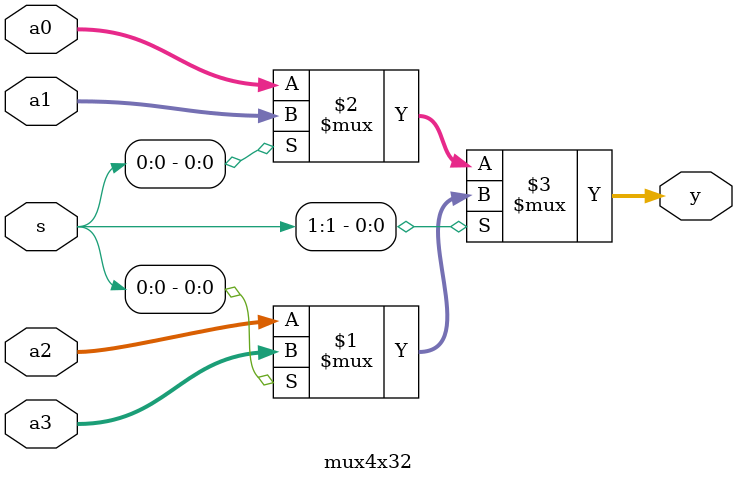
<source format=v>

module mux4x32 (a0,a1,a2,a3,s,y);
    input  [31:0] a0, a1, a2, a3;
    input   [1:0] s;
    output [31:0] y;
    assign y  = s[1] ? s[0] ? a3 : a2 : s[0] ? a1 : a0;
    //     s[1:0]:            11   10          01   00
endmodule

</source>
